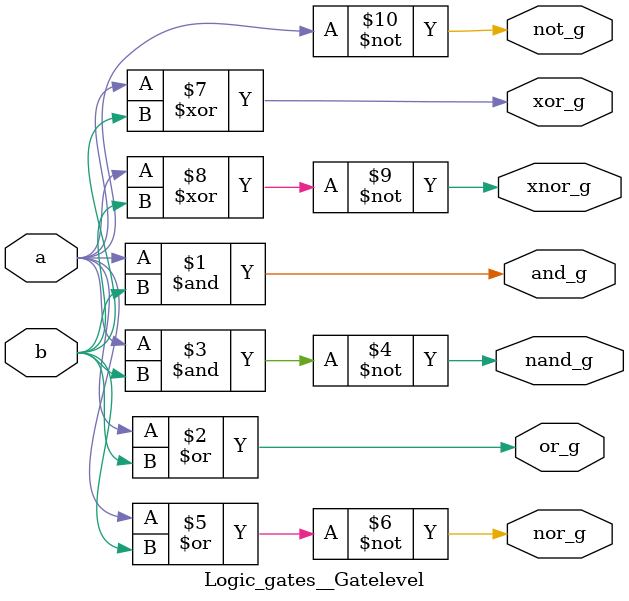
<source format=v>
`timescale 1ns / 1ps


module Logic_gates__Gatelevel(
    input a, b,
    output and_g, or_g, not_g, nand_g, nor_g, xor_g, xnor_g
    );
    
    and andgate(and_g, a, b);
    or orgate(or_g, a, b);
    not notgate(not_g, a);
    nand nandgate(nand_g, a, b);
    nor norgate(nor_g, a, b);
    xor xorgate(xor_g, a, b);
    xnor xnorgate(xnor_g, a, b);
endmodule
</source>
